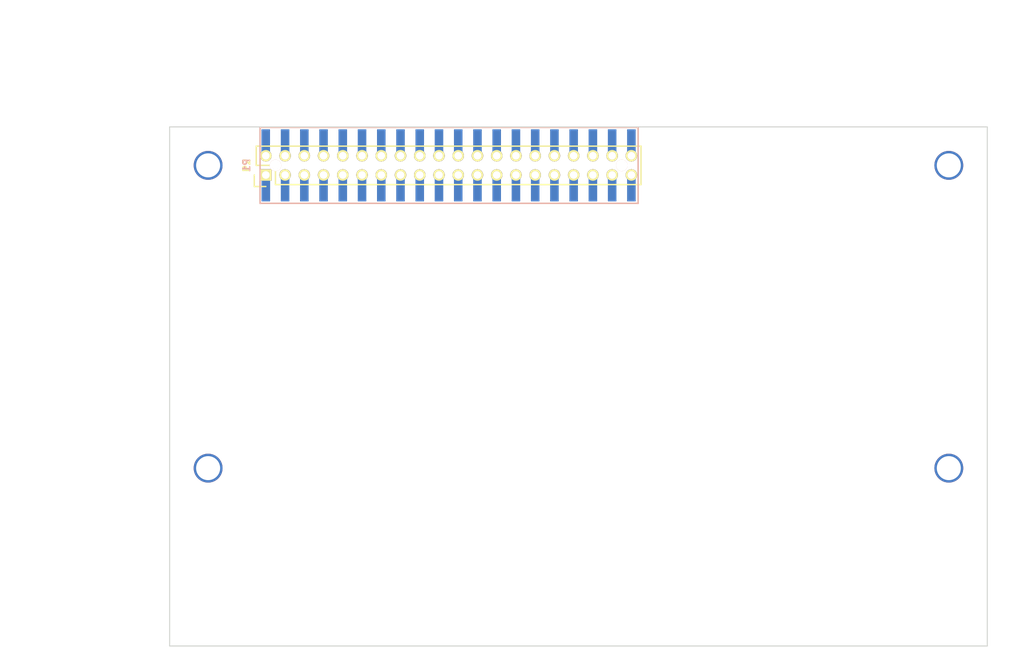
<source format=kicad_pcb>
(kicad_pcb (version 20171130) (host pcbnew 5.1.6-c6e7f7d~86~ubuntu20.04.1)

  (general
    (thickness 1.6)
    (drawings 11)
    (tracks 0)
    (zones 0)
    (modules 6)
    (nets 37)
  )

  (page A4)
  (title_block
    (title "96Boards Mezzanine Project Template")
    (date 2015-08-08)
    (rev A)
    (company "Linaro Ltd")
  )

  (layers
    (0 F.Cu signal)
    (31 B.Cu signal hide)
    (32 B.Adhes user)
    (33 F.Adhes user)
    (34 B.Paste user)
    (35 F.Paste user)
    (36 B.SilkS user)
    (37 F.SilkS user)
    (38 B.Mask user)
    (39 F.Mask user)
    (40 Dwgs.User user hide)
    (41 Cmts.User user)
    (42 Eco1.User user)
    (43 Eco2.User user)
    (44 Edge.Cuts user)
    (45 Margin user)
    (46 B.CrtYd user)
    (47 F.CrtYd user hide)
    (48 B.Fab user hide)
    (49 F.Fab user)
  )

  (setup
    (last_trace_width 0.254)
    (user_trace_width 0.254)
    (user_trace_width 0.381)
    (user_trace_width 0.635)
    (trace_clearance 0.1778)
    (zone_clearance 0.508)
    (zone_45_only yes)
    (trace_min 0.1778)
    (via_size 0.6)
    (via_drill 0.4)
    (via_min_size 0.4)
    (via_min_drill 0.3)
    (uvia_size 0.3)
    (uvia_drill 0.1)
    (uvias_allowed no)
    (uvia_min_size 0.2)
    (uvia_min_drill 0.1)
    (edge_width 0.1)
    (segment_width 0.2)
    (pcb_text_width 0.3)
    (pcb_text_size 1.5 1.5)
    (mod_edge_width 0.15)
    (mod_text_size 1 1)
    (mod_text_width 0.15)
    (pad_size 3 3)
    (pad_drill 2.5)
    (pad_to_mask_clearance 0)
    (aux_axis_origin 100 100)
    (grid_origin 100 100)
    (visible_elements FFFFFF7B)
    (pcbplotparams
      (layerselection 0x010ef_80000001)
      (usegerberextensions false)
      (usegerberattributes true)
      (usegerberadvancedattributes true)
      (creategerberjobfile true)
      (excludeedgelayer true)
      (linewidth 0.100000)
      (plotframeref false)
      (viasonmask false)
      (mode 1)
      (useauxorigin false)
      (hpglpennumber 1)
      (hpglpenspeed 20)
      (hpglpendiameter 15.000000)
      (psnegative false)
      (psa4output false)
      (plotreference true)
      (plotvalue true)
      (plotinvisibletext false)
      (padsonsilk false)
      (subtractmaskfromsilk false)
      (outputformat 1)
      (mirror false)
      (drillshape 0)
      (scaleselection 1)
      (outputdirectory "gerbers/"))
  )

  (net 0 "")
  (net 1 +1V8)
  (net 2 GND)
  (net 3 +5V)
  (net 4 I2C0_SCL)
  (net 5 I2C0_SDA)
  (net 6 I2C1_SCL)
  (net 7 I2C1_SDA)
  (net 8 PWR_BTN_N)
  (net 9 RST_BTN_N)
  (net 10 SYS_DCIN)
  (net 11 GPIO_B)
  (net 12 GPIO_A)
  (net 13 SPIO_SCL)
  (net 14 SPIO_DIN)
  (net 15 SPIO_CS)
  (net 16 SPIO_DOUT)
  (net 17 PCM_FS)
  (net 18 PCM_CLK)
  (net 19 PCM_DO)
  (net 20 PCM_DI)
  (net 21 GPIO_D)
  (net 22 GPIO_F)
  (net 23 GPIO_H)
  (net 24 GPIO_J)
  (net 25 GPIO_L)
  (net 26 UART1_TX)
  (net 27 UART1_RX)
  (net 28 GPIO_C)
  (net 29 GPIO_E)
  (net 30 GPIO_G)
  (net 31 GPIO_I)
  (net 32 GPIO_K)
  (net 33 UART0_CTS)
  (net 34 UART0_TX)
  (net 35 UART0_RX)
  (net 36 UART0_RTS)

  (net_class Default "This is the default net class."
    (clearance 0.1778)
    (trace_width 0.254)
    (via_dia 0.6)
    (via_drill 0.4)
    (uvia_dia 0.3)
    (uvia_drill 0.1)
    (add_net GPIO_A)
    (add_net GPIO_B)
    (add_net GPIO_C)
    (add_net GPIO_D)
    (add_net GPIO_E)
    (add_net GPIO_F)
    (add_net GPIO_G)
    (add_net GPIO_H)
    (add_net GPIO_I)
    (add_net GPIO_J)
    (add_net GPIO_K)
    (add_net GPIO_L)
    (add_net I2C0_SCL)
    (add_net I2C0_SDA)
    (add_net I2C1_SCL)
    (add_net I2C1_SDA)
    (add_net PCM_CLK)
    (add_net PCM_DI)
    (add_net PCM_DO)
    (add_net PCM_FS)
    (add_net PWR_BTN_N)
    (add_net RST_BTN_N)
    (add_net SPIO_CS)
    (add_net SPIO_DIN)
    (add_net SPIO_DOUT)
    (add_net SPIO_SCL)
    (add_net SYS_DCIN)
    (add_net UART0_CTS)
    (add_net UART0_RTS)
    (add_net UART0_RX)
    (add_net UART0_TX)
    (add_net UART1_RX)
    (add_net UART1_TX)
  )

  (net_class Power ""
    (clearance 0.1778)
    (trace_width 0.381)
    (via_dia 0.6)
    (via_drill 0.4)
    (uvia_dia 0.3)
    (uvia_drill 0.1)
    (add_net +1V8)
    (add_net +5V)
    (add_net GND)
  )

  (module 96boards:Socket_Strip_Straight_2x20_Pitch2mm locked (layer F.Cu) (tedit 56949A3C) (tstamp 56AB82C3)
    (at 110 105 90)
    (descr "Double row through-hole 2mm socket strip, 2x20 contacts")
    (tags CONN)
    (path /55D48226)
    (fp_text reference P2 (at 1 -2 90) (layer F.SilkS)
      (effects (font (size 0.7 0.7) (thickness 0.15)))
    )
    (fp_text value CONN_02X20 (at 1 -4 90) (layer F.Fab)
      (effects (font (size 1.016 1.016) (thickness 0.2032)))
    )
    (fp_line (start 0 -1.2) (end -1.2 -1.2) (layer F.SilkS) (width 0.15))
    (fp_line (start -1.2 -1.2) (end -1.2 0) (layer F.SilkS) (width 0.15))
    (fp_line (start 3.5 -1.5) (end 3.5 39.5) (layer F.CrtYd) (width 0.15))
    (fp_line (start 3.5 39.5) (end -1.5 39.5) (layer F.CrtYd) (width 0.15))
    (fp_line (start -1.5 39.5) (end -1.5 -1.5) (layer F.CrtYd) (width 0.15))
    (fp_line (start -1.5 -1.5) (end 3.5 -1.5) (layer F.CrtYd) (width 0.15))
    (fp_line (start 1 1) (end -1 1) (layer F.SilkS) (width 0.15))
    (fp_line (start -1 1) (end -1 39) (layer F.SilkS) (width 0.15))
    (fp_line (start -1 39) (end 3 39) (layer F.SilkS) (width 0.15))
    (fp_line (start 3 39) (end 3 -1) (layer F.SilkS) (width 0.15))
    (fp_line (start 3 -1) (end 1 -1) (layer F.SilkS) (width 0.15))
    (fp_line (start 1 -1) (end 1 1) (layer F.SilkS) (width 0.15))
    (pad 40 thru_hole circle (at 2 38) (size 1.2 1.2) (drill 0.8) (layers *.Cu *.Mask F.SilkS)
      (net 2 GND))
    (pad 39 thru_hole circle (at 0 38) (size 1.2 1.2) (drill 0.8) (layers *.Cu *.Mask F.SilkS)
      (net 2 GND))
    (pad 38 thru_hole circle (at 2 36) (size 1.2 1.2) (drill 0.8) (layers *.Cu *.Mask F.SilkS)
      (net 10 SYS_DCIN))
    (pad 37 thru_hole circle (at 0 36) (size 1.2 1.2) (drill 0.8) (layers *.Cu *.Mask F.SilkS)
      (net 3 +5V))
    (pad 36 thru_hole circle (at 2 34) (size 1.2 1.2) (drill 0.8) (layers *.Cu *.Mask F.SilkS)
      (net 10 SYS_DCIN))
    (pad 35 thru_hole circle (at 0 34) (size 1.2 1.2) (drill 0.8) (layers *.Cu *.Mask F.SilkS)
      (net 1 +1V8))
    (pad 34 thru_hole circle (at 2 32) (size 1.2 1.2) (drill 0.8) (layers *.Cu *.Mask F.SilkS)
      (net 25 GPIO_L))
    (pad 33 thru_hole circle (at 0 32) (size 1.2 1.2) (drill 0.8) (layers *.Cu *.Mask F.SilkS)
      (net 32 GPIO_K))
    (pad 32 thru_hole circle (at 2 30) (size 1.2 1.2) (drill 0.8) (layers *.Cu *.Mask F.SilkS)
      (net 24 GPIO_J))
    (pad 31 thru_hole circle (at 0 30) (size 1.2 1.2) (drill 0.8) (layers *.Cu *.Mask F.SilkS)
      (net 31 GPIO_I))
    (pad 30 thru_hole circle (at 2 28) (size 1.2 1.2) (drill 0.8) (layers *.Cu *.Mask F.SilkS)
      (net 23 GPIO_H))
    (pad 29 thru_hole circle (at 0 28) (size 1.2 1.2) (drill 0.8) (layers *.Cu *.Mask F.SilkS)
      (net 30 GPIO_G))
    (pad 28 thru_hole circle (at 2 26) (size 1.2 1.2) (drill 0.8) (layers *.Cu *.Mask F.SilkS)
      (net 22 GPIO_F))
    (pad 27 thru_hole circle (at 0 26) (size 1.2 1.2) (drill 0.8) (layers *.Cu *.Mask F.SilkS)
      (net 29 GPIO_E))
    (pad 26 thru_hole circle (at 2 24) (size 1.2 1.2) (drill 0.8) (layers *.Cu *.Mask F.SilkS)
      (net 21 GPIO_D))
    (pad 25 thru_hole circle (at 0 24) (size 1.2 1.2) (drill 0.8) (layers *.Cu *.Mask F.SilkS)
      (net 28 GPIO_C))
    (pad 24 thru_hole circle (at 2 22) (size 1.2 1.2) (drill 0.8) (layers *.Cu *.Mask F.SilkS)
      (net 11 GPIO_B))
    (pad 23 thru_hole circle (at 0 22) (size 1.2 1.2) (drill 0.8) (layers *.Cu *.Mask F.SilkS)
      (net 12 GPIO_A))
    (pad 22 thru_hole circle (at 2 20) (size 1.2 1.2) (drill 0.8) (layers *.Cu *.Mask F.SilkS)
      (net 20 PCM_DI))
    (pad 21 thru_hole circle (at 0 20) (size 1.2 1.2) (drill 0.8) (layers *.Cu *.Mask F.SilkS)
      (net 7 I2C1_SDA))
    (pad 20 thru_hole circle (at 2 18) (size 1.2 1.2) (drill 0.8) (layers *.Cu *.Mask F.SilkS)
      (net 19 PCM_DO))
    (pad 19 thru_hole circle (at 0 18) (size 1.2 1.2) (drill 0.8) (layers *.Cu *.Mask F.SilkS)
      (net 6 I2C1_SCL))
    (pad 18 thru_hole circle (at 2 16) (size 1.2 1.2) (drill 0.8) (layers *.Cu *.Mask F.SilkS)
      (net 18 PCM_CLK))
    (pad 17 thru_hole circle (at 0 16) (size 1.2 1.2) (drill 0.8) (layers *.Cu *.Mask F.SilkS)
      (net 5 I2C0_SDA))
    (pad 16 thru_hole circle (at 2 14) (size 1.2 1.2) (drill 0.8) (layers *.Cu *.Mask F.SilkS)
      (net 17 PCM_FS))
    (pad 15 thru_hole circle (at 0 14) (size 1.2 1.2) (drill 0.8) (layers *.Cu *.Mask F.SilkS)
      (net 4 I2C0_SCL))
    (pad 14 thru_hole circle (at 2 12) (size 1.2 1.2) (drill 0.8) (layers *.Cu *.Mask F.SilkS)
      (net 16 SPIO_DOUT))
    (pad 13 thru_hole circle (at 0 12) (size 1.2 1.2) (drill 0.8) (layers *.Cu *.Mask F.SilkS)
      (net 27 UART1_RX))
    (pad 12 thru_hole circle (at 2 10) (size 1.2 1.2) (drill 0.8) (layers *.Cu *.Mask F.SilkS)
      (net 15 SPIO_CS))
    (pad 11 thru_hole circle (at 0 10) (size 1.2 1.2) (drill 0.8) (layers *.Cu *.Mask F.SilkS)
      (net 26 UART1_TX))
    (pad 10 thru_hole circle (at 2 8) (size 1.2 1.2) (drill 0.8) (layers *.Cu *.Mask F.SilkS)
      (net 14 SPIO_DIN))
    (pad 9 thru_hole circle (at 0 8) (size 1.2 1.2) (drill 0.8) (layers *.Cu *.Mask F.SilkS)
      (net 36 UART0_RTS))
    (pad 8 thru_hole circle (at 2 6) (size 1.2 1.2) (drill 0.8) (layers *.Cu *.Mask F.SilkS)
      (net 13 SPIO_SCL))
    (pad 7 thru_hole circle (at 0 6) (size 1.2 1.2) (drill 0.8) (layers *.Cu *.Mask F.SilkS)
      (net 35 UART0_RX))
    (pad 6 thru_hole circle (at 2 4) (size 1.2 1.2) (drill 0.8) (layers *.Cu *.Mask F.SilkS)
      (net 9 RST_BTN_N))
    (pad 5 thru_hole circle (at 0 4) (size 1.2 1.2) (drill 0.8) (layers *.Cu *.Mask F.SilkS)
      (net 34 UART0_TX))
    (pad 4 thru_hole circle (at 2 2) (size 1.2 1.2) (drill 0.8) (layers *.Cu *.Mask F.SilkS)
      (net 8 PWR_BTN_N))
    (pad 3 thru_hole circle (at 0 2) (size 1.2 1.2) (drill 0.8) (layers *.Cu *.Mask F.SilkS)
      (net 33 UART0_CTS))
    (pad 2 thru_hole circle (at 2 0) (size 1.2 1.2) (drill 0.8) (layers *.Cu *.Mask F.SilkS)
      (net 2 GND))
    (pad 1 thru_hole rect (at 0 0 90) (size 1.2 1.2) (drill 0.8) (layers *.Cu *.Mask F.SilkS)
      (net 2 GND))
    (model Socket_Strips.3dshapes/Socket_Strip_Straight_2x20.wrl
      (offset (xyz 1.000759984970093 -19.02459971427918 0.4003039939880371))
      (scale (xyz 0.787 0.787 0.5))
      (rotate (xyz 0 0 90))
    )
  )

  (module Sensors:Hole_2.5MM locked (layer F.Cu) (tedit 55DECD77) (tstamp 55F48FD6)
    (at 104 135.5)
    (fp_text reference REF** (at 0 0.5) (layer F.SilkS) hide
      (effects (font (size 1 1) (thickness 0.15)))
    )
    (fp_text value Hole_2.5MM (at 0 -0.5) (layer F.Fab) hide
      (effects (font (size 1 1) (thickness 0.15)))
    )
    (pad 1 thru_hole circle (at 0 0) (size 3 3) (drill 2.5) (layers *.Cu *.Mask))
  )

  (module Sensors:Hole_2.5MM locked (layer F.Cu) (tedit 55DECD77) (tstamp 55DED4DA)
    (at 181 135.5)
    (fp_text reference REF** (at 0 0.5) (layer F.SilkS) hide
      (effects (font (size 1 1) (thickness 0.15)))
    )
    (fp_text value Hole_2.5MM (at 0 -0.5) (layer F.Fab) hide
      (effects (font (size 1 1) (thickness 0.15)))
    )
    (pad 1 thru_hole circle (at 0 0) (size 3 3) (drill 2.5) (layers *.Cu *.Mask))
  )

  (module Sensors:Hole_2.5MM locked (layer F.Cu) (tedit 55C6917D) (tstamp 55C69203)
    (at 181 104)
    (fp_text reference REF** (at 0 0.5) (layer F.SilkS) hide
      (effects (font (size 1 1) (thickness 0.15)))
    )
    (fp_text value Hole_2.5MM (at 0 -0.5) (layer F.Fab) hide
      (effects (font (size 1 1) (thickness 0.15)))
    )
    (pad 1 thru_hole circle (at 0 0) (size 3 3) (drill 2.5) (layers *.Cu *.Mask))
  )

  (module Sensors:Hole_2.5MM locked (layer F.Cu) (tedit 55C743C8) (tstamp 55C691E1)
    (at 104 104)
    (fp_text reference REF** (at 0 0.5) (layer F.SilkS) hide
      (effects (font (size 1 1) (thickness 0.15)))
    )
    (fp_text value Hole_2.5MM (at 0 -0.5) (layer F.Fab) hide
      (effects (font (size 1 1) (thickness 0.15)))
    )
    (pad 1 thru_hole circle (at 0 0) (size 3 3) (drill 2.5) (layers *.Cu *.Mask))
  )

  (module 96boards:Pin_Header_SMD_2x20_Pitch2mm locked (layer B.Cu) (tedit 55F9A19C) (tstamp 56AB8296)
    (at 110 105 270)
    (descr "Double row SMD 2mm pin header, 2x20 contacts")
    (path /55D44709)
    (attr smd)
    (fp_text reference P1 (at -1 2 270) (layer B.SilkS)
      (effects (font (size 0.7 0.7) (thickness 0.15)) (justify mirror))
    )
    (fp_text value CONN_02X20 (at -1 4 270) (layer B.Fab)
      (effects (font (size 1.016 1.016) (thickness 0.2032)) (justify mirror))
    )
    (fp_line (start 2.95 0.6) (end 2.95 -38.7) (layer B.SilkS) (width 0.15))
    (fp_line (start -4.95 0.6) (end 2.95 0.6) (layer B.SilkS) (width 0.15))
    (fp_line (start -4.95 -38.7) (end 2.95 -38.7) (layer B.SilkS) (width 0.15))
    (fp_line (start -4.95 0.6) (end -4.95 -38.7) (layer B.SilkS) (width 0.15))
    (pad "" np_thru_hole circle (at -1 -37) (size 1.2 1.2) (drill 1.2) (layers *.Cu *.Mask B.SilkS))
    (pad 1 smd rect (at 1.25 0) (size 0.89 3) (layers B.Cu B.Paste B.Mask)
      (net 2 GND))
    (pad 2 smd rect (at -3.25 0.01) (size 0.89 3) (layers B.Cu B.Paste B.Mask)
      (net 2 GND))
    (pad "" np_thru_hole circle (at -1 -1) (size 1.2 1.2) (drill 1.2) (layers *.Cu *.Mask B.SilkS))
    (pad 4 smd rect (at -3.25 -2) (size 0.89 3) (layers B.Cu B.Paste B.Mask)
      (net 8 PWR_BTN_N))
    (pad 6 smd rect (at -3.25 -4) (size 0.89 3) (layers B.Cu B.Paste B.Mask)
      (net 9 RST_BTN_N))
    (pad 8 smd rect (at -3.25 -6) (size 0.89 3) (layers B.Cu B.Paste B.Mask)
      (net 13 SPIO_SCL))
    (pad 10 smd rect (at -3.25 -8) (size 0.89 3) (layers B.Cu B.Paste B.Mask)
      (net 14 SPIO_DIN))
    (pad 12 smd rect (at -3.25 -10) (size 0.89 3) (layers B.Cu B.Paste B.Mask)
      (net 15 SPIO_CS))
    (pad 14 smd rect (at -3.25 -12) (size 0.89 3) (layers B.Cu B.Paste B.Mask)
      (net 16 SPIO_DOUT))
    (pad 16 smd rect (at -3.25 -14) (size 0.89 3) (layers B.Cu B.Paste B.Mask)
      (net 17 PCM_FS))
    (pad 18 smd rect (at -3.25 -16) (size 0.89 3) (layers B.Cu B.Paste B.Mask)
      (net 18 PCM_CLK))
    (pad 20 smd rect (at -3.25 -18) (size 0.89 3) (layers B.Cu B.Paste B.Mask)
      (net 19 PCM_DO))
    (pad 22 smd rect (at -3.25 -20) (size 0.89 3) (layers B.Cu B.Paste B.Mask)
      (net 20 PCM_DI))
    (pad 24 smd rect (at -3.25 -22) (size 0.89 3) (layers B.Cu B.Paste B.Mask)
      (net 11 GPIO_B))
    (pad 26 smd rect (at -3.25 -24) (size 0.89 3) (layers B.Cu B.Paste B.Mask)
      (net 21 GPIO_D))
    (pad 28 smd rect (at -3.25 -26) (size 0.89 3) (layers B.Cu B.Paste B.Mask)
      (net 22 GPIO_F))
    (pad 30 smd rect (at -3.25 -28) (size 0.89 3) (layers B.Cu B.Paste B.Mask)
      (net 23 GPIO_H))
    (pad 32 smd rect (at -3.25 -30) (size 0.89 3) (layers B.Cu B.Paste B.Mask)
      (net 24 GPIO_J))
    (pad 34 smd rect (at -3.25 -32) (size 0.89 3) (layers B.Cu B.Paste B.Mask)
      (net 25 GPIO_L))
    (pad 36 smd rect (at -3.25 -34) (size 0.89 3) (layers B.Cu B.Paste B.Mask)
      (net 10 SYS_DCIN))
    (pad 38 smd rect (at -3.25 -36) (size 0.89 3) (layers B.Cu B.Paste B.Mask)
      (net 10 SYS_DCIN))
    (pad 40 smd rect (at -3.25 -38) (size 0.89 3) (layers B.Cu B.Paste B.Mask)
      (net 2 GND))
    (pad 3 smd rect (at 1.25 -2) (size 0.89 3) (layers B.Cu B.Paste B.Mask)
      (net 33 UART0_CTS))
    (pad 5 smd rect (at 1.25 -4) (size 0.89 3) (layers B.Cu B.Paste B.Mask)
      (net 34 UART0_TX))
    (pad 7 smd rect (at 1.25 -6) (size 0.89 3) (layers B.Cu B.Paste B.Mask)
      (net 35 UART0_RX))
    (pad 9 smd rect (at 1.25 -8) (size 0.89 3) (layers B.Cu B.Paste B.Mask)
      (net 36 UART0_RTS))
    (pad 11 smd rect (at 1.25 -10) (size 0.89 3) (layers B.Cu B.Paste B.Mask)
      (net 26 UART1_TX))
    (pad 13 smd rect (at 1.25 -12) (size 0.89 3) (layers B.Cu B.Paste B.Mask)
      (net 27 UART1_RX))
    (pad 15 smd rect (at 1.25 -14) (size 0.89 3) (layers B.Cu B.Paste B.Mask)
      (net 4 I2C0_SCL))
    (pad 17 smd rect (at 1.25 -16) (size 0.89 3) (layers B.Cu B.Paste B.Mask)
      (net 5 I2C0_SDA))
    (pad 19 smd rect (at 1.25 -18) (size 0.89 3) (layers B.Cu B.Paste B.Mask)
      (net 6 I2C1_SCL))
    (pad 21 smd rect (at 1.25 -20) (size 0.89 3) (layers B.Cu B.Paste B.Mask)
      (net 7 I2C1_SDA))
    (pad 23 smd rect (at 1.25 -22) (size 0.89 3) (layers B.Cu B.Paste B.Mask)
      (net 12 GPIO_A))
    (pad 25 smd rect (at 1.25 -24) (size 0.89 3) (layers B.Cu B.Paste B.Mask)
      (net 28 GPIO_C))
    (pad 27 smd rect (at 1.25 -26) (size 0.89 3) (layers B.Cu B.Paste B.Mask)
      (net 29 GPIO_E))
    (pad 29 smd rect (at 1.25 -28) (size 0.89 3) (layers B.Cu B.Paste B.Mask)
      (net 30 GPIO_G))
    (pad 31 smd rect (at 1.25 -30) (size 0.89 3) (layers B.Cu B.Paste B.Mask)
      (net 31 GPIO_I))
    (pad 33 smd rect (at 1.25 -32) (size 0.89 3) (layers B.Cu B.Paste B.Mask)
      (net 32 GPIO_K))
    (pad 35 smd rect (at 1.25 -34) (size 0.89 3) (layers B.Cu B.Paste B.Mask)
      (net 1 +1V8))
    (pad 37 smd rect (at 1.25 -36) (size 0.89 3) (layers B.Cu B.Paste B.Mask)
      (net 3 +5V))
    (pad 39 smd rect (at 1.25 -38) (size 0.89 3) (layers B.Cu B.Paste B.Mask)
      (net 2 GND))
    (model Pin_Headers.3dshapes/Pin_Header_Straight_2x20.wrl
      (offset (xyz -1.000759984970093 -19.02459971427918 0.4003039939880371))
      (scale (xyz 0.787 0.787 0.5))
      (rotate (xyz 0 0 90))
    )
  )

  (dimension 18.5 (width 0.3) (layer F.Fab)
    (gr_text 18.5mm (at 93.65 144.75 90) (layer F.Fab)
      (effects (font (size 1.5 1.5) (thickness 0.3)))
    )
    (feature1 (pts (xy 104 135.5) (xy 92.3 135.5)))
    (feature2 (pts (xy 104 154) (xy 92.3 154)))
    (crossbar (pts (xy 95 154) (xy 95 135.5)))
    (arrow1a (pts (xy 95 135.5) (xy 95.586421 136.626504)))
    (arrow1b (pts (xy 95 135.5) (xy 94.413579 136.626504)))
    (arrow2a (pts (xy 95 154) (xy 95.586421 152.873496)))
    (arrow2b (pts (xy 95 154) (xy 94.413579 152.873496)))
  )
  (dimension 4 (width 0.3) (layer F.Fab)
    (gr_text 4mm (at 95 107 90) (layer F.Fab)
      (effects (font (size 1.5 1.5) (thickness 0.3)))
    )
    (feature1 (pts (xy 104 100) (xy 92.3 100)))
    (feature2 (pts (xy 104 104) (xy 92.3 104)))
    (crossbar (pts (xy 95 104) (xy 95 100)))
    (arrow1a (pts (xy 95 100) (xy 95.586421 101.126504)))
    (arrow1b (pts (xy 95 100) (xy 94.413579 101.126504)))
    (arrow2a (pts (xy 95 104) (xy 95.586421 102.873496)))
    (arrow2b (pts (xy 95 104) (xy 94.413579 102.873496)))
  )
  (dimension 4 (width 0.3) (layer F.Fab)
    (gr_text 4mm (at 178 95) (layer F.Fab)
      (effects (font (size 1.5 1.5) (thickness 0.3)))
    )
    (feature1 (pts (xy 185 104) (xy 185 92.3)))
    (feature2 (pts (xy 181 104) (xy 181 92.3)))
    (crossbar (pts (xy 181 95) (xy 185 95)))
    (arrow1a (pts (xy 185 95) (xy 183.873496 95.586421)))
    (arrow1b (pts (xy 185 95) (xy 183.873496 94.413579)))
    (arrow2a (pts (xy 181 95) (xy 182.126504 95.586421)))
    (arrow2b (pts (xy 181 95) (xy 182.126504 94.413579)))
  )
  (dimension 6 (width 0.3) (layer F.Fab)
    (gr_text 6mm (at 113 95) (layer F.Fab)
      (effects (font (size 1.5 1.5) (thickness 0.3)))
    )
    (feature1 (pts (xy 110 104) (xy 110 92.3)))
    (feature2 (pts (xy 104 104) (xy 104 92.3)))
    (crossbar (pts (xy 104 95) (xy 110 95)))
    (arrow1a (pts (xy 110 95) (xy 108.873496 95.586421)))
    (arrow1b (pts (xy 110 95) (xy 108.873496 94.413579)))
    (arrow2a (pts (xy 104 95) (xy 105.126504 95.586421)))
    (arrow2b (pts (xy 104 95) (xy 105.126504 94.413579)))
  )
  (dimension 4 (width 0.3) (layer F.Fab)
    (gr_text 4mm (at 97 95) (layer F.Fab)
      (effects (font (size 1.5 1.5) (thickness 0.3)))
    )
    (feature1 (pts (xy 104 104) (xy 104 92.3)))
    (feature2 (pts (xy 100 104) (xy 100 92.3)))
    (crossbar (pts (xy 100 95) (xy 104 95)))
    (arrow1a (pts (xy 104 95) (xy 102.873496 95.586421)))
    (arrow1b (pts (xy 104 95) (xy 102.873496 94.413579)))
    (arrow2a (pts (xy 100 95) (xy 101.126504 95.586421)))
    (arrow2b (pts (xy 100 95) (xy 101.126504 94.413579)))
  )
  (dimension 85 (width 0.3) (layer F.Fab)
    (gr_text 85mm (at 142.5 88.65) (layer F.Fab)
      (effects (font (size 1.5 1.5) (thickness 0.3)))
    )
    (feature1 (pts (xy 185 100) (xy 185 87.3)))
    (feature2 (pts (xy 100 100) (xy 100 87.3)))
    (crossbar (pts (xy 100 90) (xy 185 90)))
    (arrow1a (pts (xy 185 90) (xy 183.873496 90.586421)))
    (arrow1b (pts (xy 185 90) (xy 183.873496 89.413579)))
    (arrow2a (pts (xy 100 90) (xy 101.126504 90.586421)))
    (arrow2b (pts (xy 100 90) (xy 101.126504 89.413579)))
  )
  (dimension 54 (width 0.3) (layer F.Fab)
    (gr_text 54mm (at 88.65 127 90) (layer F.Fab)
      (effects (font (size 1.5 1.5) (thickness 0.3)))
    )
    (feature1 (pts (xy 100 100) (xy 87.3 100)))
    (feature2 (pts (xy 100 154) (xy 87.3 154)))
    (crossbar (pts (xy 90 154) (xy 90 100)))
    (arrow1a (pts (xy 90 100) (xy 90.586421 101.126504)))
    (arrow1b (pts (xy 90 100) (xy 89.413579 101.126504)))
    (arrow2a (pts (xy 90 154) (xy 90.586421 152.873496)))
    (arrow2b (pts (xy 90 154) (xy 89.413579 152.873496)))
  )
  (gr_line (start 100 154) (end 184.999492 154) (angle 90) (layer Edge.Cuts) (width 0.1) (tstamp 55F1F924))
  (gr_line (start 184.999492 100) (end 184.999492 154) (angle 90) (layer Edge.Cuts) (width 0.1))
  (gr_line (start 100 154) (end 100 100) (angle 90) (layer Edge.Cuts) (width 0.1))
  (gr_line (start 100 100) (end 184.999492 100) (angle 90) (layer Edge.Cuts) (width 0.1))

)

</source>
